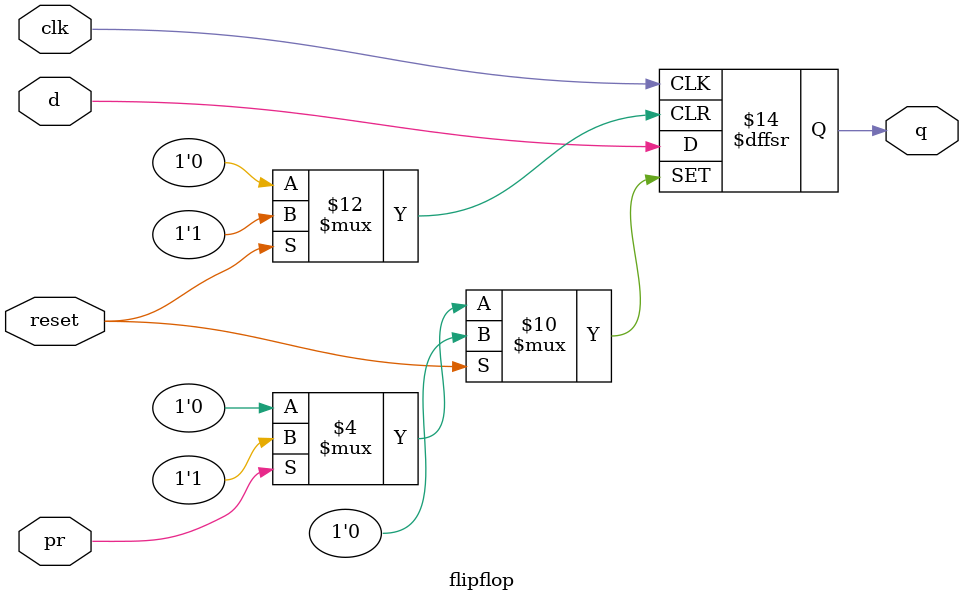
<source format=sv>
`timescale 1ns / 1ps


module GrayCounter(
    input logic clk,
    input logic clr,
    input logic pr,
    output logic n2,
    output logic n1,
    output logic n0
    );
       
    logic c2,c1,c0;
    
    flipflop ff1 (clk,clr,pr,n2,c2);
    flipflop ff2 (clk,clr,pr,n1,c1);
    flipflop ff3 (clk,clr,pr,n0,c0);
    
    assign n2 = (c2 & c0) | (c1 & ~c0);
    assign n1 = (~c2 & c0) | (c1 & ~c0);
    assign n0 = (~c2 & ~c1) | (c2 & c1);
    
endmodule

module flipflop(
    input logic clk,
    input logic reset,
    input logic pr,
    input logic d,
    output logic q
    );
    
    always_ff@(posedge clk, posedge reset, posedge pr)
        if (reset) q <= 0;
        else if (pr) q <= 1;
        else q <= d;
        
endmodule
</source>
